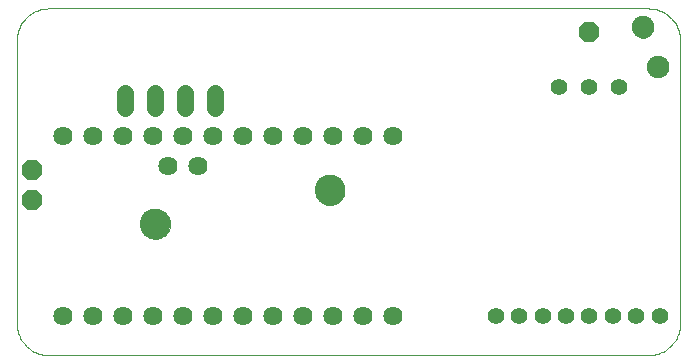
<source format=gbs>
G75*
%MOIN*%
%OFA0B0*%
%FSLAX24Y24*%
%IPPOS*%
%LPD*%
%AMOC8*
5,1,8,0,0,1.08239X$1,22.5*
%
%ADD10C,0.0000*%
%ADD11C,0.0749*%
%ADD12C,0.0001*%
%ADD13C,0.1024*%
%ADD14C,0.0555*%
%ADD15C,0.0640*%
%ADD16OC8,0.0670*%
%ADD17C,0.0560*%
D10*
X001305Y000180D02*
X021305Y000180D01*
X022368Y001243D02*
X022368Y010680D01*
X020764Y011118D02*
X020766Y011155D01*
X020772Y011192D01*
X020781Y011227D01*
X020795Y011262D01*
X020811Y011295D01*
X020832Y011326D01*
X020855Y011355D01*
X020881Y011381D01*
X020910Y011404D01*
X020941Y011425D01*
X020974Y011441D01*
X021009Y011455D01*
X021044Y011464D01*
X021081Y011470D01*
X021118Y011472D01*
X021155Y011470D01*
X021192Y011464D01*
X021227Y011455D01*
X021262Y011441D01*
X021295Y011425D01*
X021326Y011404D01*
X021355Y011381D01*
X021381Y011355D01*
X021404Y011326D01*
X021425Y011295D01*
X021441Y011262D01*
X021455Y011227D01*
X021464Y011192D01*
X021470Y011155D01*
X021472Y011118D01*
X021470Y011081D01*
X021464Y011044D01*
X021455Y011009D01*
X021441Y010974D01*
X021425Y010941D01*
X021404Y010910D01*
X021381Y010881D01*
X021355Y010855D01*
X021326Y010832D01*
X021295Y010811D01*
X021262Y010795D01*
X021227Y010781D01*
X021192Y010772D01*
X021155Y010766D01*
X021118Y010764D01*
X021081Y010766D01*
X021044Y010772D01*
X021009Y010781D01*
X020974Y010795D01*
X020941Y010811D01*
X020910Y010832D01*
X020881Y010855D01*
X020855Y010881D01*
X020832Y010910D01*
X020811Y010941D01*
X020795Y010974D01*
X020781Y011009D01*
X020772Y011044D01*
X020766Y011081D01*
X020764Y011118D01*
X021305Y011743D02*
X001305Y011743D01*
X000243Y010680D02*
X000243Y001243D01*
X004376Y004555D02*
X004378Y004599D01*
X004384Y004643D01*
X004394Y004686D01*
X004407Y004728D01*
X004425Y004768D01*
X004446Y004807D01*
X004470Y004844D01*
X004497Y004879D01*
X004528Y004911D01*
X004561Y004940D01*
X004597Y004966D01*
X004635Y004988D01*
X004675Y005007D01*
X004716Y005023D01*
X004759Y005035D01*
X004802Y005043D01*
X004846Y005047D01*
X004890Y005047D01*
X004934Y005043D01*
X004977Y005035D01*
X005020Y005023D01*
X005061Y005007D01*
X005101Y004988D01*
X005139Y004966D01*
X005175Y004940D01*
X005208Y004911D01*
X005239Y004879D01*
X005266Y004844D01*
X005290Y004807D01*
X005311Y004768D01*
X005329Y004728D01*
X005342Y004686D01*
X005352Y004643D01*
X005358Y004599D01*
X005360Y004555D01*
X005358Y004511D01*
X005352Y004467D01*
X005342Y004424D01*
X005329Y004382D01*
X005311Y004342D01*
X005290Y004303D01*
X005266Y004266D01*
X005239Y004231D01*
X005208Y004199D01*
X005175Y004170D01*
X005139Y004144D01*
X005101Y004122D01*
X005061Y004103D01*
X005020Y004087D01*
X004977Y004075D01*
X004934Y004067D01*
X004890Y004063D01*
X004846Y004063D01*
X004802Y004067D01*
X004759Y004075D01*
X004716Y004087D01*
X004675Y004103D01*
X004635Y004122D01*
X004597Y004144D01*
X004561Y004170D01*
X004528Y004199D01*
X004497Y004231D01*
X004470Y004266D01*
X004446Y004303D01*
X004425Y004342D01*
X004407Y004382D01*
X004394Y004424D01*
X004384Y004467D01*
X004378Y004511D01*
X004376Y004555D01*
X010188Y005680D02*
X010190Y005724D01*
X010196Y005768D01*
X010206Y005811D01*
X010219Y005853D01*
X010237Y005893D01*
X010258Y005932D01*
X010282Y005969D01*
X010309Y006004D01*
X010340Y006036D01*
X010373Y006065D01*
X010409Y006091D01*
X010447Y006113D01*
X010487Y006132D01*
X010528Y006148D01*
X010571Y006160D01*
X010614Y006168D01*
X010658Y006172D01*
X010702Y006172D01*
X010746Y006168D01*
X010789Y006160D01*
X010832Y006148D01*
X010873Y006132D01*
X010913Y006113D01*
X010951Y006091D01*
X010987Y006065D01*
X011020Y006036D01*
X011051Y006004D01*
X011078Y005969D01*
X011102Y005932D01*
X011123Y005893D01*
X011141Y005853D01*
X011154Y005811D01*
X011164Y005768D01*
X011170Y005724D01*
X011172Y005680D01*
X011170Y005636D01*
X011164Y005592D01*
X011154Y005549D01*
X011141Y005507D01*
X011123Y005467D01*
X011102Y005428D01*
X011078Y005391D01*
X011051Y005356D01*
X011020Y005324D01*
X010987Y005295D01*
X010951Y005269D01*
X010913Y005247D01*
X010873Y005228D01*
X010832Y005212D01*
X010789Y005200D01*
X010746Y005192D01*
X010702Y005188D01*
X010658Y005188D01*
X010614Y005192D01*
X010571Y005200D01*
X010528Y005212D01*
X010487Y005228D01*
X010447Y005247D01*
X010409Y005269D01*
X010373Y005295D01*
X010340Y005324D01*
X010309Y005356D01*
X010282Y005391D01*
X010258Y005428D01*
X010237Y005467D01*
X010219Y005507D01*
X010206Y005549D01*
X010196Y005592D01*
X010190Y005636D01*
X010188Y005680D01*
X021264Y009805D02*
X021266Y009842D01*
X021272Y009879D01*
X021281Y009914D01*
X021295Y009949D01*
X021311Y009982D01*
X021332Y010013D01*
X021355Y010042D01*
X021381Y010068D01*
X021410Y010091D01*
X021441Y010112D01*
X021474Y010128D01*
X021509Y010142D01*
X021544Y010151D01*
X021581Y010157D01*
X021618Y010159D01*
X021655Y010157D01*
X021692Y010151D01*
X021727Y010142D01*
X021762Y010128D01*
X021795Y010112D01*
X021826Y010091D01*
X021855Y010068D01*
X021881Y010042D01*
X021904Y010013D01*
X021925Y009982D01*
X021941Y009949D01*
X021955Y009914D01*
X021964Y009879D01*
X021970Y009842D01*
X021972Y009805D01*
X021970Y009768D01*
X021964Y009731D01*
X021955Y009696D01*
X021941Y009661D01*
X021925Y009628D01*
X021904Y009597D01*
X021881Y009568D01*
X021855Y009542D01*
X021826Y009519D01*
X021795Y009498D01*
X021762Y009482D01*
X021727Y009468D01*
X021692Y009459D01*
X021655Y009453D01*
X021618Y009451D01*
X021581Y009453D01*
X021544Y009459D01*
X021509Y009468D01*
X021474Y009482D01*
X021441Y009498D01*
X021410Y009519D01*
X021381Y009542D01*
X021355Y009568D01*
X021332Y009597D01*
X021311Y009628D01*
X021295Y009661D01*
X021281Y009696D01*
X021272Y009731D01*
X021266Y009768D01*
X021264Y009805D01*
D11*
X021618Y009805D03*
X021118Y011118D03*
D12*
X021305Y011742D02*
X021369Y011739D01*
X021432Y011732D01*
X021495Y011722D01*
X021558Y011708D01*
X021619Y011690D01*
X021679Y011669D01*
X021738Y011644D01*
X021795Y011616D01*
X021851Y011584D01*
X021904Y011549D01*
X021956Y011511D01*
X022005Y011470D01*
X022051Y011426D01*
X022095Y011380D01*
X022136Y011331D01*
X022174Y011279D01*
X022209Y011226D01*
X022241Y011170D01*
X022269Y011113D01*
X022294Y011054D01*
X022315Y010994D01*
X022333Y010933D01*
X022347Y010870D01*
X022357Y010807D01*
X022364Y010744D01*
X022367Y010680D01*
X022367Y001242D02*
X022364Y001178D01*
X022357Y001115D01*
X022347Y001052D01*
X022333Y000989D01*
X022315Y000928D01*
X022294Y000868D01*
X022269Y000809D01*
X022241Y000752D01*
X022209Y000696D01*
X022174Y000643D01*
X022136Y000591D01*
X022095Y000542D01*
X022051Y000496D01*
X022005Y000452D01*
X021956Y000411D01*
X021904Y000373D01*
X021851Y000338D01*
X021795Y000306D01*
X021738Y000278D01*
X021679Y000253D01*
X021619Y000232D01*
X021558Y000214D01*
X021495Y000200D01*
X021432Y000190D01*
X021369Y000183D01*
X021305Y000180D01*
X001305Y000180D02*
X001241Y000183D01*
X001178Y000190D01*
X001115Y000200D01*
X001052Y000214D01*
X000991Y000232D01*
X000931Y000253D01*
X000872Y000278D01*
X000815Y000306D01*
X000759Y000338D01*
X000706Y000373D01*
X000654Y000411D01*
X000605Y000452D01*
X000559Y000496D01*
X000515Y000542D01*
X000474Y000591D01*
X000436Y000643D01*
X000401Y000696D01*
X000369Y000752D01*
X000341Y000809D01*
X000316Y000868D01*
X000295Y000928D01*
X000277Y000989D01*
X000263Y001052D01*
X000253Y001115D01*
X000246Y001178D01*
X000243Y001242D01*
X000243Y010680D02*
X000246Y010744D01*
X000253Y010807D01*
X000263Y010870D01*
X000277Y010933D01*
X000295Y010994D01*
X000316Y011054D01*
X000341Y011113D01*
X000369Y011170D01*
X000401Y011226D01*
X000436Y011279D01*
X000474Y011331D01*
X000515Y011380D01*
X000559Y011426D01*
X000605Y011470D01*
X000654Y011511D01*
X000706Y011549D01*
X000759Y011584D01*
X000815Y011616D01*
X000872Y011644D01*
X000931Y011669D01*
X000991Y011690D01*
X001052Y011708D01*
X001115Y011722D01*
X001178Y011732D01*
X001241Y011739D01*
X001305Y011742D01*
D13*
X010680Y005680D03*
X004868Y004555D03*
D14*
X016211Y001493D03*
X016993Y001493D03*
X017774Y001493D03*
X018555Y001493D03*
X019336Y001493D03*
X020118Y001493D03*
X020899Y001493D03*
X021680Y001493D03*
X020336Y009118D03*
X019336Y009118D03*
X018336Y009118D03*
D15*
X012805Y007493D03*
X011805Y007493D03*
X010805Y007493D03*
X009805Y007493D03*
X008805Y007493D03*
X007805Y007493D03*
X006805Y007493D03*
X005805Y007493D03*
X004805Y007493D03*
X003805Y007493D03*
X002805Y007493D03*
X001805Y007493D03*
X005305Y006493D03*
X006305Y006493D03*
X005805Y001493D03*
X004805Y001493D03*
X003805Y001493D03*
X002805Y001493D03*
X001805Y001493D03*
X006805Y001493D03*
X007805Y001493D03*
X008805Y001493D03*
X009805Y001493D03*
X010805Y001493D03*
X011805Y001493D03*
X012805Y001493D03*
D16*
X000743Y005368D03*
X000743Y006368D03*
X019336Y010961D03*
D17*
X006868Y008940D02*
X006868Y008420D01*
X005868Y008420D02*
X005868Y008940D01*
X004868Y008940D02*
X004868Y008420D01*
X003868Y008420D02*
X003868Y008940D01*
M02*

</source>
